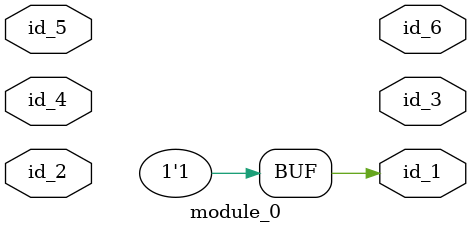
<source format=v>
module module_0 (
    id_1,
    id_2,
    id_3,
    id_4,
    id_5,
    id_6
);
  output id_6;
  inout id_5;
  input id_4;
  output id_3;
  inout id_2;
  output id_1;
  assign id_1 = 1;
endmodule

</source>
